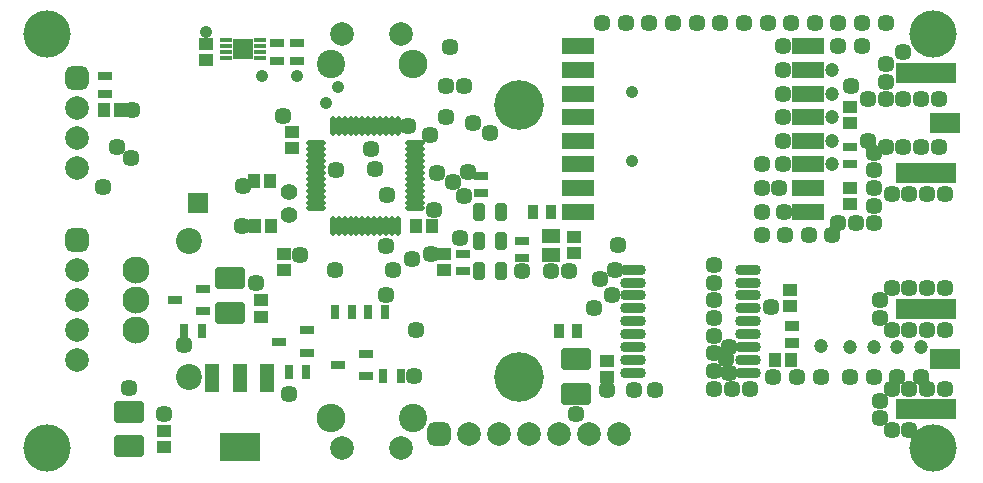
<source format=gts>
G04*
G04 #@! TF.GenerationSoftware,Altium Limited,Altium Designer,18.1.1 (9)*
G04*
G04 Layer_Color=8388736*
%FSLAX42Y42*%
%MOMM*%
G71*
G01*
G75*
%ADD10R,1.20X2.35*%
%ADD11R,3.45X2.35*%
%ADD12R,1.15X0.80*%
%ADD13R,1.70X1.70*%
%ADD14R,1.05X0.45*%
%ADD15R,1.20X1.00*%
G04:AMPARAMS|DCode=16|XSize=1.86mm|YSize=2.62mm|CornerRadius=0.35mm|HoleSize=0mm|Usage=FLASHONLY|Rotation=270.000|XOffset=0mm|YOffset=0mm|HoleType=Round|Shape=RoundedRectangle|*
%AMROUNDEDRECTD16*
21,1,1.86,1.92,0,0,270.0*
21,1,1.16,2.62,0,0,270.0*
1,1,0.70,-0.96,-0.58*
1,1,0.70,-0.96,0.58*
1,1,0.70,0.96,0.58*
1,1,0.70,0.96,-0.58*
%
%ADD16ROUNDEDRECTD16*%
%ADD17R,1.00X1.20*%
%ADD18R,1.22X0.94*%
%ADD19O,1.65X0.50*%
%ADD20O,0.50X1.65*%
%ADD21R,0.80X1.15*%
%ADD22R,1.20X0.80*%
%ADD23R,0.94X1.22*%
%ADD24R,5.10X1.80*%
%ADD25R,2.55X1.70*%
%ADD26R,1.65X1.20*%
G04:AMPARAMS|DCode=27|XSize=1.06mm|YSize=1.55mm|CornerRadius=0.32mm|HoleSize=0mm|Usage=FLASHONLY|Rotation=0.000|XOffset=0mm|YOffset=0mm|HoleType=Round|Shape=RoundedRectangle|*
%AMROUNDEDRECTD27*
21,1,1.06,0.91,0,0,0.0*
21,1,0.42,1.55,0,0,0.0*
1,1,0.64,0.21,-0.46*
1,1,0.64,-0.21,-0.46*
1,1,0.64,-0.21,0.46*
1,1,0.64,0.21,0.46*
%
%ADD27ROUNDEDRECTD27*%
%ADD28R,2.70X1.40*%
%ADD29O,2.20X0.90*%
G04:AMPARAMS|DCode=30|XSize=2mm|YSize=2mm|CornerRadius=0.55mm|HoleSize=0mm|Usage=FLASHONLY|Rotation=0.000|XOffset=0mm|YOffset=0mm|HoleType=Round|Shape=RoundedRectangle|*
%AMROUNDEDRECTD30*
21,1,2.00,0.90,0,0,0.0*
21,1,0.90,2.00,0,0,0.0*
1,1,1.10,0.45,-0.45*
1,1,1.10,-0.45,-0.45*
1,1,1.10,-0.45,0.45*
1,1,1.10,0.45,0.45*
%
%ADD30ROUNDEDRECTD30*%
%ADD31C,2.00*%
%ADD32C,1.45*%
%ADD33O,2.45X2.40*%
%ADD34C,2.40*%
G04:AMPARAMS|DCode=35|XSize=2mm|YSize=2mm|CornerRadius=0.55mm|HoleSize=0mm|Usage=FLASHONLY|Rotation=270.000|XOffset=0mm|YOffset=0mm|HoleType=Round|Shape=RoundedRectangle|*
%AMROUNDEDRECTD35*
21,1,2.00,0.90,0,0,270.0*
21,1,0.90,2.00,0,0,270.0*
1,1,1.10,-0.45,-0.45*
1,1,1.10,-0.45,0.45*
1,1,1.10,0.45,0.45*
1,1,1.10,0.45,-0.45*
%
%ADD35ROUNDEDRECTD35*%
%ADD36C,1.40*%
%ADD37C,2.20*%
%ADD38C,4.20*%
%ADD39C,2.30*%
%ADD40C,1.45*%
%ADD41C,1.05*%
%ADD42C,4.00*%
%ADD43C,1.20*%
D10*
X2110Y843D02*
D03*
X1880D02*
D03*
X1650D02*
D03*
D11*
X1880Y258D02*
D03*
D12*
X2370Y3675D02*
D03*
Y3525D02*
D03*
X2200Y3675D02*
D03*
Y3525D02*
D03*
X740Y3395D02*
D03*
Y3245D02*
D03*
X4270Y1855D02*
D03*
Y2005D02*
D03*
X7050Y2800D02*
D03*
Y2650D02*
D03*
X3770Y1745D02*
D03*
Y1895D02*
D03*
X3920Y2405D02*
D03*
Y2555D02*
D03*
D13*
X1908Y3625D02*
D03*
X1530Y2320D02*
D03*
D14*
X1766Y3700D02*
D03*
Y3650D02*
D03*
Y3600D02*
D03*
Y3550D02*
D03*
X2050Y3700D02*
D03*
Y3650D02*
D03*
Y3600D02*
D03*
Y3550D02*
D03*
D15*
X1600Y3667D02*
D03*
Y3533D02*
D03*
X6540Y1588D02*
D03*
Y1452D02*
D03*
X2320Y2790D02*
D03*
Y2925D02*
D03*
X2260Y1895D02*
D03*
Y1760D02*
D03*
X2060Y1362D02*
D03*
Y1498D02*
D03*
X1240Y260D02*
D03*
Y395D02*
D03*
X7050Y3135D02*
D03*
Y3000D02*
D03*
Y2450D02*
D03*
Y2315D02*
D03*
X4710Y2038D02*
D03*
Y1902D02*
D03*
X3610Y1895D02*
D03*
Y1760D02*
D03*
X4990Y985D02*
D03*
Y850D02*
D03*
D16*
X1800Y1393D02*
D03*
Y1688D02*
D03*
X940Y262D02*
D03*
Y557D02*
D03*
X4730Y1000D02*
D03*
Y705D02*
D03*
D17*
X6410Y990D02*
D03*
X6545D02*
D03*
X868Y3110D02*
D03*
X732D02*
D03*
X2005Y2510D02*
D03*
X2140D02*
D03*
X2012Y2130D02*
D03*
X2148D02*
D03*
X3372D02*
D03*
X3508D02*
D03*
D18*
X6560Y1136D02*
D03*
Y1284D02*
D03*
D19*
X2523Y2277D02*
D03*
Y2327D02*
D03*
Y2377D02*
D03*
Y2427D02*
D03*
Y2477D02*
D03*
Y2527D02*
D03*
Y2577D02*
D03*
Y2627D02*
D03*
Y2677D02*
D03*
Y2727D02*
D03*
Y2777D02*
D03*
Y2827D02*
D03*
X3367D02*
D03*
Y2777D02*
D03*
Y2727D02*
D03*
Y2677D02*
D03*
Y2627D02*
D03*
Y2577D02*
D03*
Y2527D02*
D03*
Y2477D02*
D03*
Y2427D02*
D03*
Y2377D02*
D03*
Y2327D02*
D03*
Y2277D02*
D03*
D20*
X2670Y2975D02*
D03*
X2720D02*
D03*
X2770D02*
D03*
X2820D02*
D03*
X2870D02*
D03*
X2920D02*
D03*
X2970D02*
D03*
X3020D02*
D03*
X3070D02*
D03*
X3120D02*
D03*
X3170D02*
D03*
X3220D02*
D03*
Y2130D02*
D03*
X3170D02*
D03*
X3120D02*
D03*
X3070D02*
D03*
X3020D02*
D03*
X2970D02*
D03*
X2920D02*
D03*
X2870D02*
D03*
X2820D02*
D03*
X2770D02*
D03*
X2720D02*
D03*
X2670D02*
D03*
D21*
X3115Y1400D02*
D03*
X2965D02*
D03*
X2835D02*
D03*
X2685D02*
D03*
X1410Y1240D02*
D03*
X1560D02*
D03*
X2295Y890D02*
D03*
X2445D02*
D03*
X3245Y860D02*
D03*
X3095D02*
D03*
D22*
X1330Y1500D02*
D03*
X1570Y1595D02*
D03*
Y1405D02*
D03*
X2450Y1055D02*
D03*
Y1245D02*
D03*
X2210Y1150D02*
D03*
X2950Y855D02*
D03*
Y1045D02*
D03*
X2710Y950D02*
D03*
D23*
X4733Y1240D02*
D03*
X4587D02*
D03*
X4367Y2250D02*
D03*
X4513D02*
D03*
D24*
X7693Y1425D02*
D03*
Y575D02*
D03*
Y2575D02*
D03*
Y3425D02*
D03*
D25*
X7850Y1000D02*
D03*
Y3000D02*
D03*
D26*
X4520Y2040D02*
D03*
Y1880D02*
D03*
D27*
X4094Y2250D02*
D03*
X3906D02*
D03*
Y2000D02*
D03*
X4094D02*
D03*
X3906Y1750D02*
D03*
X4094D02*
D03*
D28*
X6695Y2250D02*
D03*
Y2450D02*
D03*
Y2650D02*
D03*
Y2850D02*
D03*
Y3050D02*
D03*
Y3250D02*
D03*
Y3450D02*
D03*
Y3650D02*
D03*
X4745Y2250D02*
D03*
Y2450D02*
D03*
Y2650D02*
D03*
Y2850D02*
D03*
Y3050D02*
D03*
Y3250D02*
D03*
Y3450D02*
D03*
Y3650D02*
D03*
D29*
X5215Y1760D02*
D03*
Y1650D02*
D03*
Y1540D02*
D03*
Y1430D02*
D03*
Y1320D02*
D03*
Y1210D02*
D03*
Y1100D02*
D03*
Y990D02*
D03*
Y880D02*
D03*
X6185Y1760D02*
D03*
Y1650D02*
D03*
Y1540D02*
D03*
Y1430D02*
D03*
Y1320D02*
D03*
Y1210D02*
D03*
Y1100D02*
D03*
Y990D02*
D03*
Y880D02*
D03*
D30*
X3568Y370D02*
D03*
D31*
X3822D02*
D03*
X4076D02*
D03*
X4330D02*
D03*
X4584D02*
D03*
X4838D02*
D03*
X5092D02*
D03*
X3250Y3750D02*
D03*
X2750D02*
D03*
X500Y2619D02*
D03*
Y3127D02*
D03*
Y2873D02*
D03*
Y1500D02*
D03*
Y1754D02*
D03*
Y1246D02*
D03*
Y992D02*
D03*
X3250Y250D02*
D03*
X2750D02*
D03*
D32*
X2690Y1760D02*
D03*
X3178D02*
D03*
D33*
X3350Y3500D02*
D03*
X2650Y500D02*
D03*
D34*
X2650Y3500D02*
D03*
X3350Y500D02*
D03*
D35*
X500Y3381D02*
D03*
Y2008D02*
D03*
D36*
X2300Y2420D02*
D03*
Y2220D02*
D03*
D37*
X1450Y850D02*
D03*
Y2000D02*
D03*
D38*
X4250Y850D02*
D03*
Y3150D02*
D03*
D39*
X1000Y1246D02*
D03*
Y1754D02*
D03*
Y1500D02*
D03*
D40*
X5400Y740D02*
D03*
X5080Y1970D02*
D03*
X5220Y740D02*
D03*
X4930Y1680D02*
D03*
X4670Y1750D02*
D03*
X5030Y1540D02*
D03*
X4880Y1430D02*
D03*
X5060Y1760D02*
D03*
X1240Y540D02*
D03*
X940Y760D02*
D03*
X2300Y710D02*
D03*
X2250Y3060D02*
D03*
X3550Y2580D02*
D03*
X3813Y2583D02*
D03*
X3780Y2380D02*
D03*
X3750Y2030D02*
D03*
X3340Y1850D02*
D03*
X3490Y2900D02*
D03*
X4000Y2920D02*
D03*
X3630Y3310D02*
D03*
X3780Y3310D02*
D03*
X3530Y2260D02*
D03*
X3030Y2610D02*
D03*
X1910Y2470D02*
D03*
X6900Y2050D02*
D03*
X6700D02*
D03*
X6500D02*
D03*
X6300D02*
D03*
X6050Y750D02*
D03*
X6200D02*
D03*
X5900D02*
D03*
X7300Y650D02*
D03*
X7150Y3650D02*
D03*
X6950D02*
D03*
X7350Y3850D02*
D03*
X7150D02*
D03*
X6950D02*
D03*
X6750D02*
D03*
X6550D02*
D03*
X6350D02*
D03*
X6150D02*
D03*
X5950D02*
D03*
X5750D02*
D03*
X5550D02*
D03*
X5350D02*
D03*
X5150D02*
D03*
X4950D02*
D03*
X7500Y3600D02*
D03*
X7350Y3500D02*
D03*
Y3350D02*
D03*
X7800Y3200D02*
D03*
X7650D02*
D03*
X7500D02*
D03*
X7350D02*
D03*
X7200D02*
D03*
X7060Y3310D02*
D03*
X7850Y2400D02*
D03*
X7700D02*
D03*
X7550D02*
D03*
X7400D02*
D03*
X7800Y2800D02*
D03*
X7650D02*
D03*
X7200Y2850D02*
D03*
X7500Y2800D02*
D03*
X7350D02*
D03*
X7250Y2750D02*
D03*
Y2600D02*
D03*
Y2450D02*
D03*
Y2300D02*
D03*
Y2150D02*
D03*
X7100D02*
D03*
X6950D02*
D03*
X6300Y2250D02*
D03*
Y2450D02*
D03*
Y2650D02*
D03*
X6000Y1000D02*
D03*
X5900Y900D02*
D03*
Y1050D02*
D03*
Y1200D02*
D03*
Y1350D02*
D03*
Y1500D02*
D03*
Y1650D02*
D03*
Y1800D02*
D03*
X6450Y2450D02*
D03*
X7300Y500D02*
D03*
X7400Y400D02*
D03*
Y750D02*
D03*
X7550D02*
D03*
Y400D02*
D03*
X7850Y750D02*
D03*
X7700D02*
D03*
X7400Y1250D02*
D03*
X7850D02*
D03*
X7700D02*
D03*
X7550D02*
D03*
X7300Y1350D02*
D03*
Y1500D02*
D03*
X7400Y1600D02*
D03*
X7550D02*
D03*
X7700D02*
D03*
X7850D02*
D03*
X7650Y850D02*
D03*
X7450D02*
D03*
X7250D02*
D03*
X7050D02*
D03*
X6800D02*
D03*
X6600D02*
D03*
X6400D02*
D03*
X6380Y1440D02*
D03*
X3860Y3000D02*
D03*
X970Y3110D02*
D03*
X6020Y1100D02*
D03*
X6020Y880D02*
D03*
X6480Y3650D02*
D03*
X4990Y740D02*
D03*
X4730Y540D02*
D03*
X3360Y860D02*
D03*
X1900Y2130D02*
D03*
X1530Y2320D02*
D03*
X6490Y2250D02*
D03*
X6480Y2650D02*
D03*
X4270Y1750D02*
D03*
X4520D02*
D03*
X3690Y2500D02*
D03*
X2700Y2600D02*
D03*
X3120Y1960D02*
D03*
X3505Y1895D02*
D03*
X2390Y1880D02*
D03*
X1410Y1120D02*
D03*
X2020Y1650D02*
D03*
X960Y2700D02*
D03*
X720Y2460D02*
D03*
X840Y2800D02*
D03*
X3375Y1245D02*
D03*
X3130Y2390D02*
D03*
X2990Y2780D02*
D03*
X3310Y2975D02*
D03*
X3630Y3050D02*
D03*
X3660Y3640D02*
D03*
X6480Y2850D02*
D03*
Y3050D02*
D03*
Y3250D02*
D03*
Y3450D02*
D03*
X3120Y1540D02*
D03*
D41*
X5200Y3260D02*
D03*
Y2680D02*
D03*
X2710Y3306D02*
D03*
X2610Y3170D02*
D03*
X2070Y3400D02*
D03*
X1908Y3625D02*
D03*
X1600Y3770D02*
D03*
X2370Y3400D02*
D03*
D42*
X250Y250D02*
D03*
Y3750D02*
D03*
X7750Y250D02*
D03*
Y3750D02*
D03*
D43*
X6900Y3450D02*
D03*
Y3250D02*
D03*
Y3050D02*
D03*
Y2850D02*
D03*
Y2650D02*
D03*
X7650Y1100D02*
D03*
X7450D02*
D03*
X7250D02*
D03*
X7050D02*
D03*
X6800Y1110D02*
D03*
M02*

</source>
